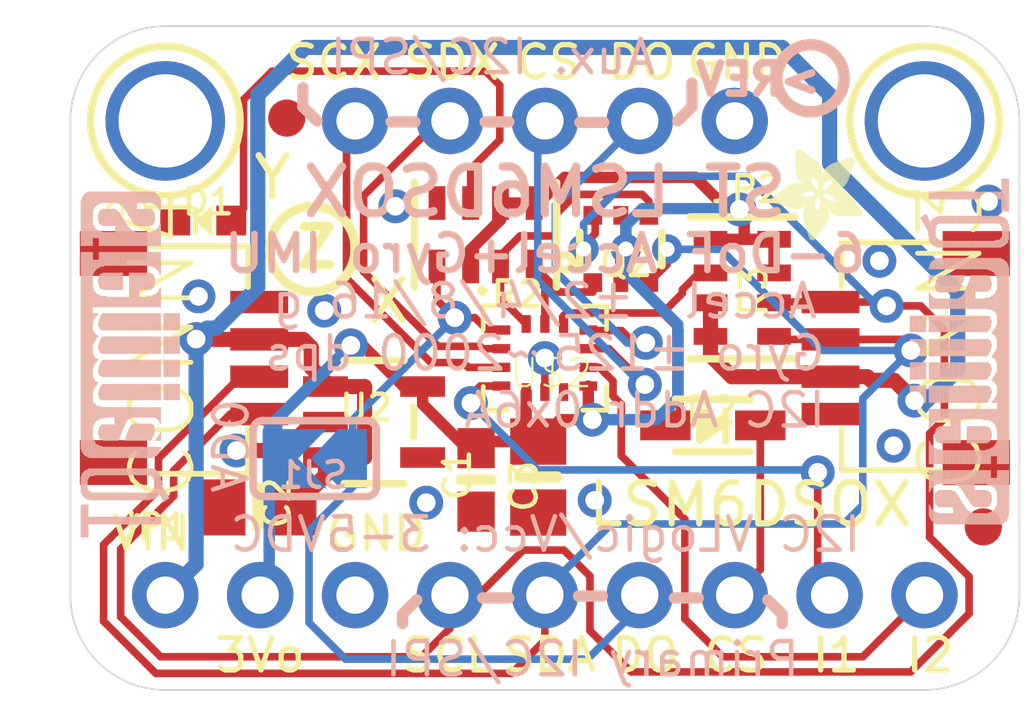
<source format=kicad_pcb>
(kicad_pcb (version 20211014) (generator pcbnew)
  (layers (0 "F.Cu" signal) (31 "B.Cu" signal) (34 "B.Paste" user) (35 "F.Paste" user) (36 "B.SilkS" user "B.Silkscreen") (37 "F.SilkS" user "F.Silkscreen") (38 "B.Mask" user) (39 "F.Mask" user) (44 "Edge.Cuts" user))
  (net 0 "")
  (net 1 "GND")
  (net 2 "SDA")
  (net 3 "SCL")
  (net 4 "SCL_3V")
  (net 5 "SDA_3V")
  (net 6 "3.3V")
  (net 7 "VCC")
  (net 8 "N$1")
  (net 9 "INT1")
  (net 10 "INT2")
  (net 11 "SDO")
  (net 12 "SDX")
  (net 13 "SCX")
  (net 14 "OCS_AUX")
  (net 15 "SDO_AUX")
  (net 16 "CS_5V")
  (net 17 "CS_3V")
  (footprint "Adafruit_LSM6DSOX:RESPACK_4X0603" (layer "F.Cu") (at 146.9136 101.7016 180)
    (fp_text reference "R2" (at -1.6 -1.6) (layer "F.SilkS") (effects (font (size 0.692831 0.692831) (thickness 0.119969)) (justify right)))
    (fp_text value "10K")
    (pad "1" smd rect (at -1.3 0.85 180) (size 0.45 0.9) (layers "F.Cu" "F.Paste" "F.Mask") (net 6 "3.3V"))
    (pad "2" smd rect (at -0.4 0.85 180) (size 0.45 0.9) (layers "F.Cu" "F.Paste" "F.Mask") (net 6 "3.3V"))
    (pad "3" smd rect (at 0.4 0.85 180) (size 0.45 0.9) (layers "F.Cu" "F.Paste" "F.Mask") (net 8 "N$1"))
    (pad "4" smd rect (at 1.3 0.85 180) (size 0.45 0.9) (layers "F.Cu" "F.Paste" "F.Mask") (net 1 "GND"))
    (pad "5" smd rect (at 1.3 -0.85 180) (size 0.45 0.9) (layers "F.Cu" "F.Paste" "F.Mask") (net 11 "SDO"))
    (pad "6" smd rect (at 0.4 -0.85 180) (size 0.45 0.9) (layers "F.Cu" "F.Paste" "F.Mask") (net 6 "3.3V"))
    (pad "7" smd rect (at -0.4 -0.85 180) (size 0.45 0.9) (layers "F.Cu" "F.Paste" "F.Mask") (net 5 "SDA_3V"))
    (pad "8" smd rect (at -1.3 -0.85 180) (size 0.45 0.9) (layers "F.Cu" "F.Paste" "F.Mask") (net 4 "SCL_3V"))
  )
  (footprint "Adafruit_LSM6DSOX:LGA-14L" (layer "F.Cu") (at 148.5011 105.0036)
    (fp_text reference "U$2" (at -0.984 0.405) (layer "F.SilkS") (effects (font (size 0.752978 0.752978) (thickness 0.059822)) (justify left)))
    (fp_text value "LSM6DSOX")
    (fp_text user "." (at -2.159 -1.524) (layer "F.SilkS") (effects (font (size 1.63576 1.63576) (thickness 0.14224)) (justify left bottom)))
    (pad "1" smd rect (at -1.1625 -0.75) (size 0.475 0.25) (layers "F.Cu" "F.Paste" "F.Mask") (net 11 "SDO"))
    (pad "2" smd rect (at -1.1625 -0.25) (size 0.475 0.25) (layers "F.Cu" "F.Paste" "F.Mask") (net 12 "SDX"))
    (pad "3" smd rect (at -1.1625 0.25) (size 0.475 0.25) (layers "F.Cu" "F.Paste" "F.Mask") (net 13 "SCX"))
    (pad "4" smd rect (at -1.1625 0.75) (size 0.475 0.25) (layers "F.Cu" "F.Paste" "F.Mask") (net 9 "INT1"))
    (pad "5" smd rect (at -0.5 0.9125 90) (size 0.475 0.25) (layers "F.Cu" "F.Paste" "F.Mask") (net 6 "3.3V"))
    (pad "6" smd rect (at 0 0.9125 90) (size 0.475 0.25) (layers "F.Cu" "F.Paste" "F.Mask") (net 1 "GND"))
    (pad "7" smd rect (at 0.5 0.9125 90) (size 0.475 0.25) (layers "F.Cu" "F.Paste" "F.Mask") (net 1 "GND"))
    (pad "8" smd rect (at 1.1625 0.75 180) (size 0.475 0.25) (layers "F.Cu" "F.Paste" "F.Mask") (net 6 "3.3V"))
    (pad "9" smd rect (at 1.1625 0.25 180) (size 0.475 0.25) (layers "F.Cu" "F.Paste" "F.Mask") (net 10 "INT2"))
    (pad "10" smd rect (at 1.1625 -0.25 180) (size 0.475 0.25) (layers "F.Cu" "F.Paste" "F.Mask") (net 14 "OCS_AUX"))
    (pad "11" smd rect (at 1.1625 -0.75 180) (size 0.475 0.25) (layers "F.Cu" "F.Paste" "F.Mask") (net 15 "SDO_AUX"))
    (pad "12" smd rect (at 0.5 -0.9125 270) (size 0.475 0.25) (layers "F.Cu" "F.Paste" "F.Mask") (net 17 "CS_3V"))
    (pad "13" smd rect (at 0 -0.9125 270) (size 0.475 0.25) (layers "F.Cu" "F.Paste" "F.Mask") (net 4 "SCL_3V"))
    (pad "14" smd rect (at -0.5 -0.9125 270) (size 0.475 0.25) (layers "F.Cu" "F.Paste" "F.Mask") (net 5 "SDA_3V"))
  )
  (footprint "Adafruit_LSM6DSOX:FIDUCIAL_1MM" (layer "F.Cu") (at 160.2359 109.5248)
    (fp_text reference "FID4" hide)
    (fp_text value "FIDUCIAL_1MM" hide)
    (pad "1" smd roundrect (at 0 0) (size 1 1) (layers "F.Cu" "F.Mask") (roundrect_rratio 0.5))
  )
  (footprint "Adafruit_LSM6DSOX:JST_SH4" (layer "F.Cu") (at 138.3411 105.0036 -90)
    (fp_text reference "CONN4" (at -4.6 0.069 90) (layer "F.SilkS") (effects (font (size 1.647139 1.647139) (thickness 0.130861)) (justify right)))
    (fp_text value "STEMMA_I2C_QT" hide)
    (pad "1" smd rect (at -1.5 -2.514) (size 1.55 0.6) (layers "F.Cu" "F.Paste" "F.Mask") (net 1 "GND"))
    (pad "2" smd rect (at -0.5 -2.514) (size 1.55 0.6) (layers "F.Cu" "F.Paste" "F.Mask") (net 7 "VCC"))
    (pad "3" smd rect (at 0.5 -2.514) (size 1.55 0.6) (layers "F.Cu" "F.Paste" "F.Mask") (net 2 "SDA"))
    (pad "4" smd rect (at 1.5 -2.514) (size 1.55 0.6) (layers "F.Cu" "F.Paste" "F.Mask") (net 3 "SCL"))
    (pad "MT1" smd rect (at -2.8 1.386) (size 1.8 1.2) (layers "F.Cu" "F.Paste" "F.Mask"))
    (pad "MT2" smd rect (at 2.8 1.386) (size 1.8 1.2) (layers "F.Cu" "F.Paste" "F.Mask"))
  )
  (footprint "Adafruit_LSM6DSOX:ADAFRUIT_2.5MM" (layer "F.Cu") (at 157.0101 99.4156 180)
    (fp_text reference "U$9" hide)
    (fp_text value "" hide)
  )
  (footprint "Adafruit_LSM6DSOX:MOUNTINGHOLE_2.5_PLATED" (layer "F.Cu") (at 138.3411 98.6536)
    (fp_text reference "U$1" hide)
    (fp_text value "MOUNTINGHOLE2.5" hide)
    (pad "P$1" thru_hole circle (at 0 0) (size 3.2 3.2) (drill 2.5) (layers *.Cu *.Mask))
  )
  (footprint "Adafruit_LSM6DSOX:SOD-323" (layer "F.Cu") (at 152.9969 106.807 180)
    (fp_text reference "D2" (at -0.719 0.397) (layer "F.SilkS") (effects (font (size 0.692831 0.692831) (thickness 0.119969)) (justify right)))
    (fp_text value "1N4148")
    (pad "A" smd rect (at 1.27 0 180) (size 1.35 0.8) (layers "F.Cu" "F.Paste" "F.Mask") (net 17 "CS_3V"))
    (pad "C" smd rect (at -1.27 0 180) (size 1.35 0.8) (layers "F.Cu" "F.Paste" "F.Mask") (net 16 "CS_5V"))
  )
  (footprint "Adafruit_LSM6DSOX:CHIPLED_0603_NOOUTLINE" (layer "F.Cu") (at 139.3571 101.3206 90)
    (fp_text reference "D1" (at 0.508 0.889) (layer "F.SilkS") (effects (font (size 0.692831 0.692831) (thickness 0.119969)) (justify right)))
    (fp_text value "GREEN")
    (pad "A" smd rect (at 0 0.75 90) (size 0.8 0.8) (layers "F.Cu" "F.Paste" "F.Mask") (net 8 "N$1"))
    (pad "C" smd rect (at 0 -0.75 90) (size 0.8 0.8) (layers "F.Cu" "F.Paste" "F.Mask") (net 1 "GND"))
  )
  (footprint "Adafruit_LSM6DSOX:1X05_ROUND_70" (layer "F.Cu") (at 148.5011 98.6536 180)
    (fp_text reference "JP2" (at -6.4262 -1.8288) (layer "F.SilkS") (effects (font (size 0.692831 0.692831) (thickness 0.119969)) (justify right)))
    (fp_text value "")
    (pad "1" thru_hole circle (at -5.08 0 270) (size 1.778 1.778) (drill 1) (layers *.Cu *.Mask) (net 1 "GND"))
    (pad "2" thru_hole circle (at -2.54 0 270) (size 1.778 1.778) (drill 1) (layers *.Cu *.Mask) (net 15 "SDO_AUX"))
    (pad "3" thru_hole circle (at 0 0 270) (size 1.778 1.778) (drill 1) (layers *.Cu *.Mask) (net 14 "OCS_AUX"))
    (pad "4" thru_hole circle (at 2.54 0 270) (size 1.778 1.778) (drill 1) (layers *.Cu *.Mask) (net 12 "SDX"))
    (pad "5" thru_hole circle (at 5.08 0 270) (size 1.778 1.778) (drill 1) (layers *.Cu *.Mask) (net 13 "SCX"))
  )
  (footprint "Adafruit_LSM6DSOX:SOT23-5" (layer "F.Cu") (at 143.9291 106.7181 -90)
    (fp_text reference "U2" (at -0.381 -0.562) (layer "F.SilkS") (effects (font (size 0.692831 0.692831) (thickness 0.119969)) (justify right)))
    (fp_text value "AP2112K-3.3")
    (pad "1" smd rect (at -0.95 1.3001 270) (size 0.55 1.2) (layers "F.Cu" "F.Paste" "F.Mask") (net 7 "VCC"))
    (pad "2" smd rect (at 0 1.3001 270) (size 0.55 1.2) (layers "F.Cu" "F.Paste" "F.Mask") (net 1 "GND"))
    (pad "3" smd rect (at 0.95 1.3001 270) (size 0.55 1.2) (layers "F.Cu" "F.Paste" "F.Mask") (net 7 "VCC"))
    (pad "4" smd rect (at 0.95 -1.3001 270) (size 0.55 1.2) (layers "F.Cu" "F.Paste" "F.Mask"))
    (pad "5" smd rect (at -0.95 -1.3001 270) (size 0.55 1.2) (layers "F.Cu" "F.Paste" "F.Mask") (net 6 "3.3V"))
  )
  (footprint "Adafruit_LSM6DSOX:SOT363" (layer "F.Cu") (at 150.5331 102.0826)
    (fp_text reference "Q2" (at -0.635 0.381) (layer "F.SilkS") (effects (font (size 0.692831 0.692831) (thickness 0.119969)) (justify left)))
    (fp_text value "BSS138")
    (pad "1" smd rect (at -0.75 0.9) (size 0.5 0.5) (layers "F.Cu" "F.Paste" "F.Mask") (net 4 "SCL_3V"))
    (pad "2" smd rect (at 0 0.9) (size 0.4 0.5) (layers "F.Cu" "F.Paste" "F.Mask") (net 6 "3.3V"))
    (pad "3" smd rect (at 0.75 0.9) (size 0.5 0.5) (layers "F.Cu" "F.Paste" "F.Mask") (net 2 "SDA"))
    (pad "4" smd rect (at 0.75 -0.9) (size 0.5 0.5) (layers "F.Cu" "F.Paste" "F.Mask") (net 5 "SDA_3V"))
    (pad "5" smd rect (at 0 -0.9) (size 0.4 0.5) (layers "F.Cu" "F.Paste" "F.Mask") (net 6 "3.3V"))
    (pad "6" smd rect (at -0.75 -0.9) (size 0.5 0.5) (layers "F.Cu" "F.Paste" "F.Mask") (net 3 "SCL"))
  )
  (footprint "Adafruit_LSM6DSOX:JST_SH4" (layer "F.Cu") (at 158.6611 105.0036 90)
    (fp_text reference "CONN3" (at -3.711 0.704 90) (layer "F.SilkS") (effects (font (size 1.647139 1.647139) (thickness 0.130861)) (justify left)))
    (fp_text value "STEMMA_I2C_QT" hide)
    (pad "1" smd rect (at -1.5 -2.514 180) (size 1.55 0.6) (layers "F.Cu" "F.Paste" "F.Mask") (net 1 "GND"))
    (pad "2" smd rect (at -0.5 -2.514 180) (size 1.55 0.6) (layers "F.Cu" "F.Paste" "F.Mask") (net 7 "VCC"))
    (pad "3" smd rect (at 0.5 -2.514 180) (size 1.55 0.6) (layers "F.Cu" "F.Paste" "F.Mask") (net 2 "SDA"))
    (pad "4" smd rect (at 1.5 -2.514 180) (size 1.55 0.6) (layers "F.Cu" "F.Paste" "F.Mask") (net 3 "SCL"))
    (pad "MT1" smd rect (at -2.8 1.386 180) (size 1.8 1.2) (layers "F.Cu" "F.Paste" "F.Mask"))
    (pad "MT2" smd rect (at 2.8 1.386 180) (size 1.8 1.2) (layers "F.Cu" "F.Paste" "F.Mask"))
  )
  (footprint "Adafruit_LSM6DSOX:RESPACK_4X0603" (layer "F.Cu") (at 153.7843 103.124 90)
    (fp_text reference "R3" (at -0.838 0.305 90) (layer "F.SilkS") (effects (font (size 0.692831 0.692831) (thickness 0.119969)) (justify left)))
    (fp_text value "10K")
    (pad "1" smd rect (at -1.3 0.85 90) (size 0.45 0.9) (layers "F.Cu" "F.Paste" "F.Mask") (net 2 "SDA"))
    (pad "2" smd rect (at -0.4 0.85 90) (size 0.45 0.9) (layers "F.Cu" "F.Paste" "F.Mask") (net 3 "SCL"))
    (pad "3" smd rect (at 0.4 0.85 90) (size 0.45 0.9) (layers "F.Cu" "F.Paste" "F.Mask") (net 6 "3.3V"))
    (pad "4" smd rect (at 1.3 0.85 90) (size 0.45 0.9) (layers "F.Cu" "F.Paste" "F.Mask") (net 6 "3.3V"))
    (pad "5" smd rect (at 1.3 -0.85 90) (size 0.45 0.9) (layers "F.Cu" "F.Paste" "F.Mask") (net 6 "3.3V"))
    (pad "6" smd rect (at 0.4 -0.85 90) (size 0.45 0.9) (layers "F.Cu" "F.Paste" "F.Mask") (net 17 "CS_3V"))
    (pad "7" smd rect (at -0.4 -0.85 90) (size 0.45 0.9) (layers "F.Cu" "F.Paste" "F.Mask") (net 7 "VCC"))
    (pad "8" smd rect (at -1.3 -0.85 90) (size 0.45 0.9) (layers "F.Cu" "F.Paste" "F.Mask") (net 7 "VCC"))
  )
  (footprint "Adafruit_LSM6DSOX:FIDUCIAL_1MM" (layer "F.Cu") (at 141.5923 98.5774)
    (fp_text reference "FID3" hide)
    (fp_text value "FIDUCIAL_1MM" hide)
    (pad "1" smd roundrect (at 0 0) (size 1 1) (layers "F.Cu" "F.Mask") (roundrect_rratio 0.5))
  )
  (footprint "Adafruit_LSM6DSOX:MOUNTINGHOLE_2.5_PLATED" (layer "F.Cu") (at 158.6611 98.6536)
    (fp_text reference "U$17" hide)
    (fp_text value "MOUNTINGHOLE2.5" hide)
    (pad "P$1" thru_hole circle (at 0 0) (size 3.2 3.2) (drill 2.5) (layers *.Cu *.Mask))
  )
  (footprint "Adafruit_LSM6DSOX:0603-NO" (layer "F.Cu") (at 146.6596 108.2675 -90)
    (fp_text reference "C1" (at -0.889 0.508 90) (layer "F.SilkS") (effects (font (size 0.692831 0.692831) (thickness 0.119969)) (justify right)))
    (fp_text value "0.1uF")
    (pad "1" smd rect (at -0.85 0 270) (size 1.075 1) (layers "F.Cu" "F.Paste" "F.Mask") (net 6 "3.3V"))
    (pad "2" smd rect (at 0.85 0 270) (size 1.075 1) (layers "F.Cu" "F.Paste" "F.Mask") (net 1 "GND"))
  )
  (footprint "Adafruit_LSM6DSOX:1X09_ROUND_70" (layer "F.Cu") (at 148.5011 111.3536)
    (fp_text reference "JP1" (at -11.5062 -1.8288) (layer "F.SilkS") (effects (font (size 0.692831 0.692831) (thickness 0.119969)) (justify left)))
    (fp_text value "")
    (pad "1" thru_hole circle (at -10.16 0 90) (size 1.778 1.778) (drill 1) (layers *.Cu *.Mask) (net 7 "VCC"))
    (pad "2" thru_hole circle (at -7.62 0 90) (size 1.778 1.778) (drill 1) (layers *.Cu *.Mask) (net 6 "3.3V"))
    (pad "3" thru_hole circle (at -5.08 0 90) (size 1.778 1.778) (drill 1) (layers *.Cu *.Mask) (net 1 "GND"))
    (pad "4" thru_hole circle (at -2.54 0 90) (size 1.778 1.778) (drill 1) (layers *.Cu *.Mask) (net 3 "SCL"))
    (pad "5" thru_hole circle (at 0 0 90) (size 1.778 1.778) (drill 1) (layers *.Cu *.Mask) (net 2 "SDA"))
    (pad "6" thru_hole circle (at 2.54 0 90) (size 1.778 1.778) (drill 1) (layers *.Cu *.Mask) (net 11 "SDO"))
    (pad "7" thru_hole circle (at 5.08 0 90) (size 1.778 1.778) (drill 1) (layers *.Cu *.Mask) (net 16 "CS_5V"))
    (pad "8" thru_hole circle (at 7.62 0 90) (size 1.778 1.778) (drill 1) (layers *.Cu *.Mask) (net 9 "INT1"))
    (pad "9" thru_hole circle (at 10.16 0 90) (size 1.778 1.778) (drill 1) (layers *.Cu *.Mask) (net 10 "INT2"))
  )
  (footprint "Adafruit_LSM6DSOX:0805-NO" (layer "F.Cu") (at 140.8176 109.0041 180)
    (fp_text reference "C2" (at -0.508 -0.635 90) (layer "F.SilkS") (effects (font (size 0.692831 0.692831) (thickness 0.119969)) (justify left)))
    (fp_text value "10uF")
    (pad "1" smd rect (at -0.95 0 180) (size 1.24 1.5) (layers "F.Cu" "F.Paste" "F.Mask") (net 7 "VCC"))
    (pad "2" smd rect (at 0.95 0 180) (size 1.24 1.5) (layers "F.Cu" "F.Paste" "F.Mask") (net 1 "GND"))
  )
  (footprint "Adafruit_LSM6DSOX:0805-NO" (layer "F.Cu") (at 148.3233 108.1913 -90)
    (fp_text reference "C3" (at -0.508 0.381 90) (layer "F.SilkS") (effects (font (size 0.692831 0.692831) (thickness 0.119969)) (justify right)))
    (fp_text value "10uF")
    (pad "1" smd rect (at -0.95 0 270) (size 1.24 1.5) (layers "F.Cu" "F.Paste" "F.Mask") (net 6 "3.3V"))
    (pad "2" smd rect (at 0.95 0 270) (size 1.24 1.5) (layers "F.Cu" "F.Paste" "F.Mask") (net 1 "GND"))
  )
  (footprint "Adafruit_LSM6DSOX:STEMMAQT" (layer "B.Cu") (at 138.7221 100.5586 -90)
    (fp_text reference "U$31" hide)
    (fp_text value "" hide)
  )
  (footprint "Adafruit_LSM6DSOX:STEMMAQT" (layer "B.Cu") (at 158.2801 109.4486 90)
    (fp_text reference "U$30" hide)
    (fp_text value "" hide)
  )
  (footprint "Adafruit_LSM6DSOX:PCBFEAT-REV-040" (layer "B.Cu") (at 155.6131 97.5106 180)
    (fp_text reference "U$25" hide)
    (fp_text value "" hide)
    (fp_text user ">REV" (at -0.3556 -0.508) (layer "B.SilkS") (effects (font (size 0.8128 0.8128) (thickness 0.2032)) (justify left bottom mirror)))
  )
  (footprint "Adafruit_LSM6DSOX:SOLDERJUMPER_ARROW_NOPASTE" (layer "B.Cu") (at 142.3416 107.696 180)
    (fp_text reference "SJ1" (at -0.9525 -0.4445) (layer "B.SilkS") (effects (font (size 0.692831 0.692831) (thickness 0.119969)) (justify left mirror)))
    (fp_text value "")
    (fp_poly (pts (xy 0.106121 -0.002663) (xy -0.679416 -0.7882) (xy -1.3946 -0.7882) (xy -1.3946 0.7882) (xy -0.62715 0.7882)) (layer "B.Cu") (width 0) (fill solid))
    (fp_poly (pts (xy 1.3946 -0.7882) (xy -0.315893 -0.7882) (xy 0.443148 0) (xy -0.315893 0.7882) (xy 1.3946 0.7882)) (layer "B.Cu") (width 0) (fill solid))
    (pad "1" smd roundrect (at -1.016 0 180) (size 0.762 1.524) (layers "B.Cu") (net 11 "SDO"))
    (pad "2" smd roundrect (at 1.016 0 180) (size 0.762 1.524) (layers "B.Cu") (net 6 "3.3V"))
  )
  (gr_line (start 150.0378 111.379) (end 149.4028 111.379) (layer "B.SilkS") (width 0.3048))
  (gr_line (start 149.4409 98.6917) (end 150.0759 98.6917) (layer "B.SilkS") (width 0.3048))
  (gr_line (start 152.0571 98.6536) (end 152.4381 98.2726) (layer "B.SilkS") (width 0.3048))
  (gr_line (start 154.8511 111.8616) (end 154.8511 112.1156) (layer "B.SilkS") (width 0.3048))
  (gr_line (start 146.9009 98.679) (end 147.5359 98.679) (layer "B.SilkS") (width 0.3048))
  (gr_line (start 144.3863 98.679) (end 145.0213 98.679) (layer "B.SilkS") (width 0.3048))
  (gr_line (start 142.0241 98.2726) (end 142.0241 97.7646) (layer "B.SilkS") (width 0.3048))
  (gr_line (start 154.4701 111.4806) (end 154.8511 111.8616) (layer "B.SilkS") (width 0.3048))
  (gr_line (start 144.6911 111.8616) (end 144.6911 112.1156) (layer "B.SilkS") (width 0.3048))
  (gr_line (start 145.0721 111.4806) (end 144.6911 111.8616) (layer "B.SilkS") (width 0.3048))
  (gr_line (start 147.5359 111.4298) (end 146.8374 111.4298) (layer "B.SilkS") (width 0.3048))
  (gr_line (start 152.4381 98.2726) (end 152.4381 97.6376) (layer "B.SilkS") (width 0.3048))
  (gr_line (start 142.4051 98.6536) (end 142.0241 98.2726) (layer "B.SilkS") (width 0.3048))
  (gr_line (start 152.6032 111.4298) (end 151.9682 111.4298) (layer "B.SilkS") (width 0.3048))
  (gr_arc (start 141.1391 102.0836) (mid 141.473877 101.275377) (end 142.2821 100.9406) (layer "F.SilkS") (width 0.254))
  (gr_arc (start 142.2821 103.2266) (mid 141.473877 102.891823) (end 141.1391 102.0836) (layer "F.SilkS") (width 0.254))
  (gr_arc (start 142.2821 100.9406) (mid 143.096188 101.269514) (end 143.4251 102.083602) (layer "F.SilkS") (width 0.254))
  (gr_arc (start 143.4251 102.0836) (mid 143.090323 102.891823) (end 142.2821 103.2266) (layer "F.SilkS") (width 0.254))
  (gr_line (start 135.8011 98.6536) (end 135.8011 111.3536) (layer "Edge.Cuts") (width 0.05))
  (gr_line (start 161.2011 111.3536) (end 161.2011 98.6536) (layer "Edge.Cuts") (width 0.05))
  (gr_arc (start 161.2011 111.3536) (mid 160.457151 113.149651) (end 158.6611 113.8936) (layer "Edge.Cuts") (width 0.05))
  (gr_arc (start 135.8011 98.6536) (mid 136.545049 96.857549) (end 138.3411 96.1136) (layer "Edge.Cuts") (width 0.05))
  (gr_arc (start 138.3411 113.8936) (mid 136.545049 113.149651) (end 135.8011 111.3536) (layer "Edge.Cuts") (width 0.05))
  (gr_line (start 158.6611 96.1136) (end 138.3411 96.1136) (layer "Edge.Cuts") (width 0.05))
  (gr_arc (start 158.6611 96.1136) (mid 160.457151 96.857549) (end 161.2011 98.6536) (layer "Edge.Cuts") (width 0.05))
  (gr_line (start 138.3411 113.8936) (end 158.6611 113.8936) (layer "Edge.Cuts") (width 0.05))
  (gr_text "6-DoF Accel+Gyro IMU" (at 148.5011 102.2096) (layer "B.SilkS") (effects (font (size 0.97155 0.97155) (thickness 0.17145)) (justify mirror)))
  (gr_text "I2C Addr 0x6A" (at 151.1681 106.4006) (layer "B.SilkS") (effects (font (size 0.89408 0.89408) (thickness 0.12192)) (justify mirror)))
  (gr_text "Aux. I2C/SPI" (at 147.1041 96.9391) (layer "B.SilkS") (effects (font (size 0.89408 0.89408) (thickness 0.12192)) (justify mirror)))
  (gr_text "ST LSM6DSOX" (at 148.5011 100.5586) (layer "B.SilkS") (effects (font (size 1.25222 1.25222) (thickness 0.22098)) (justify mirror)))
  (gr_text "Gyro ±125~~2000 dps" (at 148.5011 104.8766) (layer "B.SilkS") (effects (font (size 0.89408 0.89408) (thickness 0.12192)) (justify mirror)))
  (gr_text "AD0" (at 140.0302 107.3531 -90) (layer "B.SilkS") (effects (font (size 0.89408 0.89408) (thickness 0.12192)) (justify mirror)))
  (gr_text "I2C VLogic/Vcc: 3-5VDC" (at 148.5138 109.728) (layer "B.SilkS") (effects (font (size 0.89408 0.89408) (thickness 0.12192)) (justify mirror)))
  (gr_text "Primary I2C/SPI" (at 149.7711 113.0681) (layer "B.SilkS") (effects (font (size 0.89408 0.89408) (thickness 0.12192)) (justify mirror)))
  (gr_text "Accel  ±2/4/8/16 g" (at 148.5011 103.4796) (layer "B.SilkS") (effects (font (size 0.89408 0.89408) (thickness 0.12192)) (justify mirror)))
  (gr_text "GND" (at 153.6446 97.08515) (layer "F.SilkS") (effects (font (size 0.87376 0.87376) (thickness 0.14224))))
  (gr_text "3Vo" (at 140.8811 112.96015) (layer "F.SilkS") (effects (font (size 0.87376 0.87376) (thickness 0.14224))))
  (gr_text "CS" (at 153.6065 112.96015) (layer "F.SilkS") (effects (font (size 0.87376 0.87376) (thickness 0.14224))))
  (gr_text "SDA" (at 148.6281 112.96015) (layer "F.SilkS") (effects (font (size 0.87376 0.87376) (thickness 0.14224))))
  (gr_text "VIN" (at 137.9601 109.7026) (layer "F.SilkS") (effects (font (size 0.87376 0.87376) (thickness 0.14224))))
  (gr_text "GND" (at 143.9926 109.7026) (layer "F.SilkS") (effects (font (size 0.87376 0.87376) (thickness 0.14224))))
  (gr_text "Z" (at 143.0441 101.4486) (layer "F.SilkS") (effects (font (size 1.016 1.016) (thickness 0.254)) (justify right top)))
  (gr_text "SDX" (at 146.0119 97.08515) (layer "F.SilkS") (effects (font (size 0.87376 0.87376) (thickness 0.14224))))
  (gr_text "DO" (at 151.1808 112.96015) (layer "F.SilkS") (effects (font (size 0.87376 0.87376) (thickness 0.14224))))
  (gr_text "Y" (at 140.6231 100.8116) (layer "F.SilkS") (effects (font (size 1.0922 1.0922) (thickness 0.1778)) (justify left bottom)))
  (gr_text "SCX" (at 142.8496 97.08515) (layer "F.SilkS") (effects (font (size 0.87376 0.87376) (thickness 0.14224))))
  (gr_text "CS" (at 148.6027 97.08515) (layer "F.SilkS") (effects (font (size 0.87376 0.87376) (thickness 0.14224))))
  (gr_text "SCL" (at 145.8976 112.96015) (layer "F.SilkS") (effects (font (size 0.87376 0.87376) (thickness 0.14224))))
  (gr_text "I2" (at 158.8135 112.96015) (layer "F.SilkS") (effects (font (size 0.87376 0.87376) (thickness 0.14224))))
  (gr_text "LSM6DSOX" (at 154.0002 108.9279) (layer "F.SilkS") (effects (font (size 1.1049 1.1049) (thickness 0.1651))))
  (gr_text "X" (at 144.9491 102.8456) (layer "F.SilkS") (effects (font (size 1.0922 1.0922) (thickness 0.1778)) (justify right top)))
  (gr_text "on" (at 136.6266 101.3841) (layer "F.SilkS") (effects (font (size 0.715264 0.715264) (thickness 0.097536)) (justify left bottom)))
  (gr_text "I1" (at 156.2989 112.96015) (layer "F.SilkS") (effects (font (size 0.87376 0.87376) (thickness 0.14224))))
  (gr_text "DO" (at 151.1046 97.08515) (layer "F.SilkS") (effects (font (size 0.87376 0.87376) (thickness 0.14224))))
  (segment (start 141.430762 107.4801) (end 140.2461 107.4801) (width 0.4064) (layer "F.Cu") (net 1))
  (segment (start 148.5011 105.9161) (end 148.5011 105.0036) (width 0.2032) (layer "F.Cu") (net 1))
  (segment (start 142.629 106.7181) (end 142.5509 106.7962) (width 0.4064) (layer "F.Cu") (net 1))
  (segment (start 142.114662 106.7962) (end 141.430762 107.4801) (width 0.254) (layer "F.Cu") (net 1))
  (segment (start 142.5509 106.7962) (end 142.114662 106.7962) (width 0.254) (layer "F.Cu") (net 1))
  (via (at 144.5006 100.9396) (size 0.9064) (drill 0.5) (layers "F.Cu" "B.Cu") (net 1))
  (via (at 148.5011 105.0036) (size 0.9064) (drill 0.5) (layers "F.Cu" "B.Cu") (net 1))
  (via (at 140.2461 107.4801) (size 0.9064) (drill 0.5) (layers "F.Cu" "B.Cu") (net 1))
  (via (at 160.3756 100.8126) (size 0.9064) (drill 0.5) (layers "F.Cu" "B.Cu") (net 1))
  (via (at 149.8346 108.8136) (size 0.9064) (drill 0.5) (layers "F.Cu" "B.Cu") (net 1))
  (via (at 157.8356 107.3531) (size 0.9064) (drill 0.5) (layers "F.Cu" "B.Cu") (net 1))
  (via (at 157.4546 102.4001) (size 0.9064) (drill 0.5) (layers "F.Cu" "B.Cu") (net 1))
  (via (at 145.3261 108.8771) (size 0.9064) (drill 0.5) (layers "F.Cu" "B.Cu") (net 1))
  (via (at 142.5956 103.7336) (size 0.9064) (drill 0.5) (layers "F.Cu" "B.Cu") (net 1))
  (via (at 139.2301 103.3526) (size 0.9064) (drill 0.5) (layers "F.Cu" "B.Cu") (net 1))
  (segment (start 140.8551 105.5036) (end 140.34905 105.5036) (width 0.2032) (layer "F.Cu") (net 2))
  (segment (start 136.6901 109.99965) (end 136.6901 112.0521) (width 0.2032) (layer "F.Cu") (net 2))
  (segment (start 138.1599 108.52985) (end 136.6901 109.99965) (width 0.2032) (layer "F.Cu") (net 2))
  (segment (start 148.5011 112.5601) (end 148.5011 111.3536) (width 0.2032) (layer "F.Cu") (net 2))
  (segment (start 151.2831 102.9826) (end 151.7731 102.4926) (width 0.2032) (layer "F.Cu") (net 2))
  (segment (start 151.7731 102.4926) (end 151.7731 102.091738) (width 0.2032) (layer "F.Cu") (net 2))
  (segment (start 156.1471 104.5036) (end 158.2928 104.5036) (width 0.2032) (layer "F.Cu") (net 2))
  (segment (start 136.6901 112.0521) (end 138.0871 113.4491) (width 0.2032) (layer "F.Cu") (net 2))
  (segment (start 158.2928 104.5036) (end 158.2928 104.8004) (width 0.2032) (layer "F.Cu") (net 2))
  (segment (start 147.6121 113.4491) (end 148.5011 112.5601) (width 0.2032) (layer "F.Cu") (net 2))
  (segment (start 138.1599 107.69275) (end 138.1599 108.52985) (width 0.2032) (layer "F.Cu") (net 2))
  (segment (start 154.6343 104.424) (end 154.7139 104.5036) (width 0.2032) (layer "F.Cu") (net 2))
  (segment (start 156.1471 104.5036) (end 154.7139 104.5036) (width 0.2032) (layer "F.Cu") (net 2))
  (segment (start 138.0871 113.4491) (end 147.6121 113.4491) (width 0.2032) (layer "F.Cu") (net 2))
  (segment (start 140.34905 105.5036) (end 138.1599 107.69275) (width 0.2032) (layer "F.Cu") (net 2))
  (via (at 158.2928 104.8004) (size 0.9064) (drill 0.5) (layers "F.Cu" "B.Cu") (net 2))
  (via (at 151.7731 102.091738) (size 0.8064) (drill 0.4) (layers "F.Cu" "B.Cu") (net 2))
  (segment (start 157.0101 106.0831) (end 157.0101 108.9406) (width 0.2032) (layer "B.Cu") (net 2))
  (segment (start 158.2928 104.8004) (end 155.9179 104.8004) (width 0.2032) (layer "B.Cu") (net 2))
  (segment (start 150.2791 109.4486) (end 148.5011 111.2266) (width 0.2032) (layer "B.Cu") (net 2))
  (segment (start 153.209237 102.091738) (end 155.9179 104.8004) (width 0.2032) (layer "B.Cu") (net 2))
  (segment (start 157.0101 108.9406) (end 156.5021 109.4486) (width 0.2032) (layer "B.Cu") (net 2))
  (segment (start 148.5011 111.2266) (end 148.5011 111.3536) (width 0.2032) (layer "B.Cu") (net 2))
  (segment (start 158.2928 104.8004) (end 157.0101 106.0831) (width 0.2032) (layer "B.Cu") (net 2))
  (segment (start 156.5021 109.4486) (end 150.2791 109.4486) (width 0.2032) (layer "B.Cu") (net 2))
  (segment (start 151.7731 102.091738) (end 153.209237 102.091738) (width 0.2032) (layer "B.Cu") (net 2))
  (segment (start 145.1991 113.0046) (end 145.9611 112.2426) (width 0.2032) (layer "F.Cu") (net 3))
  (segment (start 145.9611 112.2426) (end 145.9611 111.3536) (width 0.2032) (layer "F.Cu") (net 3))
  (segment (start 140.0796 106.5036) (end 138.5663 108.0169) (width 0.2032) (layer "F.Cu") (net 3))
  (segment (start 138.217337 113.0046) (end 145.1991 113.0046) (width 0.2032) (layer "F.Cu") (net 3))
  (segment (start 159.8549 110.859107) (end 158.798034 109.802241) (width 0.2032) (layer "F.Cu") (net 3))
  (segment (start 159.1945 106.6292) (end 159.1945 104.2416) (width 0.2032) (layer "F.Cu") (net 3))
  (segment (start 149.8466 101.2461) (end 149.8466 101.676013) (width 0.2032) (layer "F.Cu") (net 3))
  (segment (start 147.92405 110.1471) (end 149.0091 110.1471) (width 0.2032) (layer "F.Cu") (net 3))
  (segment (start 149.0091 110.1471) (end 149.7076 110.8456) (width 0.2032) (layer "F.Cu") (net 3))
  (segment (start 149.7831 101.1826) (end 149.8466 101.2461) (width 0.2032) (layer "F.Cu") (net 3))
  (segment (start 156.1471 103.5036) (end 154.6547 103.5036) (width 0.2032) (layer "F.Cu") (net 3))
  (segment (start 158.798034 109.802241) (end 158.798034 107.025666) (width 0.2032) (layer "F.Cu") (net 3))
  (segment (start 159.8549 111.848094) (end 159.8549 110.859107) (width 0.2032) (layer "F.Cu") (net 3))
  (segment (start 158.798034 107.025666) (end 159.1945 106.6292) (width 0.2032) (layer "F.Cu") (net 3))
  (segment (start 149.8466 101.676013) (end 149.538937 101.983675) (width 0.2032) (layer "F.Cu") (net 3))
  (segment (start 137.1473 110.117188) (end 137.1473 111.934563) (width 0.2032) (layer "F.Cu") (net 3))
  (segment (start 137.1473 111.934563) (end 138.217337 113.0046) (width 0.2032) (layer "F.Cu") (net 3))
  (segment (start 157.5421 103.5036) (end 157.6451 103.6066) (width 0.2032) (layer "F.Cu") (net 3))
  (segment (start 138.5663 108.0169) (end 138.5663 108.698188) (width 0.2032) (layer "F.Cu") (net 3))
  (segment (start 154.6343 103.524) (end 154.6547 103.5036) (width 0.2032) (layer "F.Cu") (net 3))
  (segment (start 159.1945 104.2416) (end 158.5595 103.6066) (width 0.2032) (layer "F.Cu") (net 3))
  (segment (start 138.5663 108.698188) (end 137.1473 110.117188) (width 0.2032) (layer "F.Cu") (net 3))
  (segment (start 147.92405 110.1471) (end 146.71755 111.3536) (width 0.2032) (layer "F.Cu") (net 3))
  (segment (start 140.8551 106.5036) (end 140.0796 106.5036) (width 0.2032) (layer "F.Cu") (net 3))
  (segment (start 149.538937 102.0826) (end 149.538937 101.983675) (width 0.2032) (layer "F.Cu") (net 3))
  (segment (start 149.7076 110.8456) (end 149.7076 112.3061) (width 0.2032) (layer "F.Cu") (net 3))
  (segment (start 145.9611 111.3536) (end 146.71755 111.3536) (width 0.2032) (layer "F.Cu") (net 3))
  (segment (start 150.8125 113.411) (end 158.291993 113.411) (width 0.2032) (layer "F.Cu") (net 3))
  (segment (start 158.291993 113.411) (end 159.8549 111.848094) (width 0.2032) (layer "F.Cu") (net 3))
  (segment (start 158.5595 103.6066) (end 157.6451 103.6066) (width 0.2032) (layer "F.Cu") (net 3))
  (segment (start 149.7076 112.3061) (end 150.8125 113.411) (width 0.2032) (layer "F.Cu") (net 3))
  (segment (start 156.1471 103.5036) (end 157.5421 103.5036) (width 0.2032) (layer "F.Cu") (net 3))
  (via (at 149.538937 102.0826) (size 0.8064) (drill 0.4) (layers "F.Cu" "B.Cu") (net 3))
  (via (at 157.6451 103.6066) (size 0.9064) (drill 0.5) (layers "F.Cu" "B.Cu") (net 3))
  (segment (start 157.3911 103.6066) (end 153.920437 100.135938) (width 0.2032) (layer "B.Cu") (net 3))
  (segment (start 149.538937 101.40456) (end 149.538937 102.0826) (width 0.2032) (layer "B.Cu") (net 3))
  (segment (start 153.920437 100.135938) (end 150.807559 100.135938) (width 0.2032) (layer "B.Cu") (net 3))
  (segment (start 150.807559 100.135938) (end 149.538937 101.40456) (width 0.2032) (layer "B.Cu") (net 3))
  (segment (start 157.6451 103.6066) (end 157.3911 103.6066) (width 0.2032) (layer "B.Cu") (net 3))
  (segment (start 149.7831 103.236597) (end 149.783096 103.2366) (width 0.2032) (layer "F.Cu") (net 4))
  (segment (start 149.7831 102.9826) (end 149.7831 103.236597) (width 0.2032) (layer "F.Cu") (net 4))
  (segment (start 148.5011 104.0911) (end 148.5011 102.8391) (width 0.2032) (layer "F.Cu") (net 4))
  (segment (start 148.2136 102.5516) (end 148.8986 103.2366) (width 0.2032) (layer "F.Cu") (net 4))
  (segment (start 149.783096 103.2366) (end 148.8986 103.2366) (width 0.2032) (layer "F.Cu") (net 4))
  (segment (start 148.5011 102.8391) (end 148.2136 102.5516) (width 0.2032) (layer "F.Cu") (net 4))
  (segment (start 147.8343 101.7334) (end 148.8069 101.7334) (width 0.2032) (layer "F.Cu") (net 5))
  (segment (start 147.3136 103.4036) (end 147.3136 102.5516) (width 0.2032) (layer "F.Cu") (net 5))
  (segment (start 147.3136 102.2541) (end 147.8343 101.7334) (width 0.2032) (layer "F.Cu") (net 5))
  (segment (start 151.2831 100.8006) (end 151.2831 101.1826) (width 0.2032) (layer "F.Cu") (net 5))
  (segment (start 151.2831 100.8006) (end 151.1046 100.6221) (width 0.2032) (layer "F.Cu") (net 5))
  (segment (start 151.1046 100.6221) (end 149.3266 100.6221) (width 0.2032) (layer "F.Cu") (net 5))
  (segment (start 147.3136 102.5516) (end 147.3136 102.2541) (width 0.2032) (layer "F.Cu") (net 5))
  (segment (start 148.8069 101.7334) (end 148.8069 101.1418) (width 0.2032) (layer "F.Cu") (net 5))
  (segment (start 149.3266 100.6221) (end 148.8069 101.1418) (width 0.2032) (layer "F.Cu") (net 5))
  (segment (start 148.0011 104.0911) (end 147.3136 103.4036) (width 0.2032) (layer "F.Cu") (net 5))
  (segment (start 144.728087 105.7681) (end 143.6243 104.664313) (width 0.3048) (layer "F.Cu") (net 6))
  (segment (start 146.8358 107.2413) (end 148.3233 107.2413) (width 0.3048) (layer "F.Cu") (net 6))
  (segment (start 152.5307 100.1649) (end 149.0273 100.1649) (width 0.3048) (layer "F.Cu") (net 6))
  (segment (start 150.5331 101.1826) (end 150.669237 101.318738) (width 0.3048) (layer "F.Cu") (net 6))
  (segment (start 150.5331 102.218738) (end 150.5331 102.9826) (width 0.3048) (layer "F.Cu") (net 6))
  (segment (start 149.6636 105.7536) (end 149.6636 106.5716) (width 0.3048) (layer "F.Cu") (net 6))
  (segment (start 153.3863 101.0205) (end 152.5307 100.1649) (width 0.3048) (layer "F.Cu") (net 6))
  (segment (start 147.3136 101.3016) (end 147.3136 100.8516) (width 0.3048) (layer "F.Cu") (net 6))
  (segment (start 152.9343 101.824) (end 153.8351 101.824) (width 0.3048) (layer "F.Cu") (net 6))
  (segment (start 148.2136 100.8516) (end 148.3406 100.8516) (width 0.3048) (layer "F.Cu") (net 6))
  (segment (start 148.3233 107.2413) (end 148.0011 106.9191) (width 0.3048) (layer "F.Cu") (net 6))
  (segment (start 153.8351 101.1475) (end 153.8351 101.824) (width 0.3048) (layer "F.Cu") (net 6))
  (segment (start 148.2136 100.8516) (end 147.3136 100.8516) (width 0.3048) (layer "F.Cu") (net 6))
  (segment (start 148.3233 107.2413) (end 148.91 106.6546) (width 0.3048) (layer "F.Cu") (net 6))
  (segment (start 145.2292 106.2402) (end 146.4065 107.4175) (width 0.3048) (layer "F.Cu") (net 6))
  (segment (start 150.669237 102.0826) (end 150.5331 102.218738) (width 0.3048) (layer "F.Cu") (net 6))
  (segment (start 143.3068 104.664313) (end 143.6243 104.664313) (width 0.3048) (layer "F.Cu") (net 6))
  (segment (start 153.8351 101.824) (end 154.6297 101.824) (width 0.3048) (layer "F.Cu") (net 6))
  (segment (start 149.0273 100.1649) (end 148.3406 100.8516) (width 0.3048) (layer "F.Cu") (net 6))
  (segment (start 148.0011 105.9161) (end 148.0011 106.9191) (width 0.3048) (layer "F.Cu") (net 6))
  (segment (start 149.5806 106.6546) (end 149.7711 106.6546) (width 0.3048) (layer "F.Cu") (net 6))
  (segment (start 150.669237 101.318738) (end 150.669237 102.0826) (width 0.3048) (layer "F.Cu") (net 6))
  (segment (start 154.6297 101.824) (end 154.6343 101.8286) (width 0.3048) (layer "F.Cu") (net 6))
  (segment (start 144.728087 105.7681) (end 145.2292 105.7681) (width 0.3048) (layer "F.Cu") (net 6))
  (segment (start 154.6343 102.724) (end 154.6343 101.8286) (width 0.3048) (layer "F.Cu") (net 6))
  (segment (start 149.6636 106.5716) (end 149.5806 106.6546) (width 0.3048) (layer "F.Cu") (net 6))
  (segment (start 146.5136 102.5516) (end 146.5136 102.1016) (width 0.3048) (layer "F.Cu") (net 6))
  (segment (start 146.6596 107.4175) (end 146.8358 107.2413) (width 0.3048) (layer "F.Cu") (net 6))
  (segment (start 146.5136 102.1016) (end 147.3136 101.3016) (width 0.3048) (layer "F.Cu") (net 6))
  (segment (start 148.91 106.6546) (end 149.5806 106.6546) (width 0.3048) (layer "F.Cu") (net 6))
  (segment (start 154.6343 101.8286) (end 154.6343 101.824) (width 0.3048) (layer "F.Cu") (net 6))
  (segment (start 153.7081 101.0205) (end 153.8351 101.1475) (width 0.3048) (layer "F.Cu") (net 6))
  (segment (start 146.4065 107.4175) (end 146.6596 107.4175) (width 0.3048) (layer "F.Cu") (net 6))
  (segment (start 145.2292 105.7681) (end 145.2292 106.2402) (width 0.3048) (layer "F.Cu") (net 6))
  (segment (start 153.7081 101.0205) (end 153.3863 101.0205) (width 0.3048) (layer "F.Cu") (net 6))
  (via (at 143.3068 104.664313) (size 0.9064) (drill 0.5) (layers "F.Cu" "B.Cu") (net 6))
  (via (at 150.669237 102.0826) (size 0.8064) (drill 0.4) (layers "F.Cu" "B.Cu") (net 6))
  (via (at 149.7711 106.6546) (size 0.9064) (drill 0.5) (layers "F.Cu" "B.Cu") (net 6))
  (via (at 153.7081 101.0205) (size 0.9064) (drill 0.5) (layers "F.Cu" "B.Cu") (net 6))
  (segment (start 143.3068 104.664313) (end 141.1224 106.848713) (width 0.3048) (layer "B.Cu") (net 6))
  (segment (start 141.3256 106.645513) (end 141.3256 107.696) (width 0.3048) (layer "B.Cu") (net 6))
  (segment (start 143.3068 104.664313) (end 141.3256 106.645513) (width 0.3048) (layer "B.Cu") (net 6))
  (segment (start 152.0571 104.105463) (end 150.669237 102.7176) (width 0.3048) (layer "B.Cu") (net 6))
  (segment (start 151.113737 101.0031) (end 153.6907 101.0031) (width 0.3048) (layer "B.Cu") (net 6))
  (segment (start 151.4856 106.6546) (end 149.7711 106.6546) (width 0.3048) (layer "B.Cu") (net 6))
  (segment (start 150.669237 101.4476) (end 151.113737 101.0031) (width 0.3048) (layer "B.Cu") (net 6))
  (segment (start 150.669237 102.0826) (end 150.669237 101.4476) (width 0.3048) (layer "B.Cu") (net 6))
  (segment (start 150.669237 102.7176) (end 150.669237 102.0826) (width 0.3048) (layer "B.Cu") (net 6))
  (segment (start 152.0571 106.0831) (end 151.4856 106.6546) (width 0.3048) (layer "B.Cu") (net 6))
  (segment (start 152.0571 104.105463) (end 152.0571 106.0831) (width 0.3048) (layer "B.Cu") (net 6))
  (segment (start 141.1224 111.1123) (end 140.8811 111.3536) (width 0.3048) (layer "B.Cu") (net 6))
  (segment (start 141.1224 106.848713) (end 141.1224 111.1123) (width 0.3048) (layer "B.Cu") (net 6))
  (segment (start 153.6907 101.0031) (end 153.7081 101.0205) (width 0.3048) (layer "B.Cu") (net 6))
  (segment (start 142.629 105.6411) (end 142.248 105.2601) (width 0.4064) (layer "F.Cu") (net 7))
  (segment (start 157.229143 105.6005) (end 157.8483 105.6005) (width 0.4064) (layer "F.Cu") (net 7))
  (segment (start 142.629 105.6411) (end 142.629 105.7681) (width 0.4064) (layer "F.Cu") (net 7))
  (segment (start 152.9343 104.424) (end 152.9343 104.932) (width 0.4064) (layer "F.Cu") (net 7))
  (segment (start 140.8551 104.5036) (end 142.0321 104.5036) (width 0.4064) (layer "F.Cu") (net 7))
  (segment (start 143.6751 107.6681) (end 142.629 107.6681) (width 0.4064) (layer "F.Cu") (net 7))
  (segment (start 153.5059 105.5036) (end 152.9343 104.932) (width 0.4064) (layer "F.Cu") (net 7))
  (segment (start 142.629 105.7681) (end 143.6751 105.7681) (width 0.4064) (layer "F.Cu") (net 7))
  (segment (start 139.1746 104.5036) (end 139.1666 104.4956) (width 0.4064) (layer "F.Cu") (net 7))
  (segment (start 157.132243 105.5036) (end 157.229143 105.6005) (width 0.4064) (layer "F.Cu") (net 7))
  (segment (start 156.1471 105.5036) (end 153.5059 105.5036) (width 0.4064) (layer "F.Cu") (net 7))
  (segment (start 152.9343 103.524) (end 152.9343 104.424) (width 0.4064) (layer "F.Cu") (net 7))
  (segment (start 141.7676 109.0041) (end 142.629 108.1427) (width 0.4064) (layer "F.Cu") (net 7))
  (segment (start 156.1471 105.5036) (end 157.132243 105.5036) (width 0.4064) (layer "F.Cu") (net 7))
  (segment (start 143.6751 105.7681) (end 143.6751 107.6681) (width 0.4064) (layer "F.Cu") (net 7))
  (segment (start 142.248 104.7195) (end 142.248 105.2601) (width 0.4064) (layer "F.Cu") (net 7))
  (segment (start 140.8551 104.5036) (end 139.1746 104.5036) (width 0.4064) (layer "F.Cu") (net 7))
  (segment (start 142.0321 104.5036) (end 142.248 104.7195) (width 0.4064) (layer "F.Cu") (net 7))
  (segment (start 157.8483 105.6005) (end 158.3944 106.1466) (width 0.4064) (layer "F.Cu") (net 7))
  (segment (start 142.629 107.6681) (end 142.629 108.1427) (width 0.4064) (layer "F.Cu") (net 7))
  (via (at 139.1666 104.4956) (size 0.9064) (drill 0.5) (layers "F.Cu" "B.Cu") (net 7))
  (via (at 158.3944 106.1466) (size 0.9064) (drill 0.5) (layers "F.Cu" "B.Cu") (net 7))
  (segment (start 140.8176 103.095457) (end 140.8176 97.9551) (width 0.4064) (layer "B.Cu") (net 7))
  (segment (start 156.1211 99.7966) (end 159.5501 103.2256) (width 0.4064) (layer "B.Cu") (net 7))
  (segment (start 139.1666 104.4956) (end 139.4587 104.2035) (width 0.4064) (layer "B.Cu") (net 7))
  (segment (start 142.0876 96.6851) (end 154.8511 96.6851) (width 0.4064) (layer "B.Cu") (net 7))
  (segment (start 139.709556 104.2035) (end 140.8176 103.095457) (width 0.4064) (layer "B.Cu") (net 7))
  (segment (start 140.8176 97.9551) (end 142.0876 96.6851) (width 0.4064) (layer "B.Cu") (net 7))
  (segment (start 139.4587 104.2035) (end 139.709556 104.2035) (width 0.4064) (layer "B.Cu") (net 7))
  (segment (start 158.3944 106.1466) (end 158.7246 106.1466) (width 0.4064) (layer "B.Cu") (net 7))
  (segment (start 154.8511 96.6851) (end 156.1211 97.9551) (width 0.4064) (layer "B.Cu") (net 7))
  (segment (start 139.1666 104.4956) (end 139.1666 110.5281) (width 0.4064) (layer "B.Cu") (net 7))
  (segment (start 159.5501 105.3211) (end 159.5501 103.2256) (width 0.4064) (layer "B.Cu") (net 7))
  (segment (start 139.1666 110.5281) (end 138.3411 111.3536) (width 0.4064) (layer "B.Cu") (net 7))
  (segment (start 156.1211 97.9551) (end 156.1211 99.7966) (width 0.4064) (layer "B.Cu") (net 7))
  (segment (start 158.7246 106.1466) (end 159.5501 105.3211) (width 0.4064) (layer "B.Cu") (net 7))
  (segment (start 146.5136 100.8516) (end 146.5136 99.9426) (width 0.2032) (layer "F.Cu") (net 8))
  (segment (start 140.4366 100.9911) (end 140.1071 101.3206) (width 0.2032) (layer "F.Cu") (net 8))
  (segment (start 140.4366 98.0821) (end 140.4366 100.9911) (width 0.2032) (layer "F.Cu") (net 8))
  (segment (start 141.1986 97.3201) (end 140.4366 98.0821) (width 0.2032) (layer "F.Cu") (net 8))
  (segment (start 147.2946 99.1616) (end 147.2946 97.7011) (width 0.2032) (layer "F.Cu") (net 8))
  (segment (start 146.9136 97.3201) (end 141.1986 97.3201) (width 0.2032) (layer "F.Cu") (net 8))
  (segment (start 147.2946 97.7011) (end 146.9136 97.3201) (width 0.2032) (layer "F.Cu") (net 8))
  (segment (start 146.5136 99.9426) (end 147.2946 99.1616) (width 0.2032) (layer "F.Cu") (net 8))
  (segment (start 155.8036 108.0643) (end 155.8036 111.0361) (width 0.2032) (layer "F.Cu") (net 9))
  (segment (start 155.8036 111.0361) (end 156.1211 111.3536) (width 0.2032) (layer "F.Cu") (net 9))
  (segment (start 146.5199 106.005) (end 146.5199 106.2082) (width 0.2032) (layer "F.Cu") (net 9))
  (segment (start 147.3386 105.7536) (end 146.7713 105.7536) (width 0.2032) (layer "F.Cu") (net 9))
  (segment (start 146.7713 105.7536) (end 146.5199 106.005) (width 0.2032) (layer "F.Cu") (net 9))
  (via (at 146.5199 106.2082) (size 0.9064) (drill 0.5) (layers "F.Cu" "B.Cu") (net 9))
  (via (at 155.8036 108.0643) (size 0.9064) (drill 0.5) (layers "F.Cu" "B.Cu") (net 9))
  (segment (start 148.3125 108.0008) (end 155.7401 108.0008) (width 0.2032) (layer "B.Cu") (net 9))
  (segment (start 155.7401 108.0008) (end 155.8036 108.0643) (width 0.2032) (layer "B.Cu") (net 9))
  (segment (start 146.5199 106.2082) (end 148.3125 108.0008) (width 0.2032) (layer "B.Cu") (net 9))
  (segment (start 152.2476 111.9886) (end 153.2636 113.0046) (width 0.2032) (layer "F.Cu") (net 10))
  (segment (start 149.6636 105.2536) (end 149.9576 105.2536) (width 0.2032) (layer "F.Cu") (net 10))
  (segment (start 149.9576 105.2536) (end 150.3253 105.6213) (width 0.2032) (layer "F.Cu") (net 10))
  (segment (start 157.0101 113.0046) (end 158.6611 111.3536) (width 0.2032) (layer "F.Cu") (net 10))
  (segment (start 153.2636 113.0046) (end 157.0101 113.0046) (width 0.2032) (layer "F.Cu") (net 10))
  (segment (start 150.3253 105.6213) (end 150.3253 106.022125) (width 0.2032) (layer "F.Cu") (net 10))
  (segment (start 150.3253 106.022125) (end 150.5458 106.242625) (width 0.2032) (layer "F.Cu") (net 10))
  (segment (start 152.2476 109.3216) (end 152.2476 111.9886) (width 0.2032) (layer "F.Cu") (net 10))
  (segment (start 150.5458 106.242625) (end 150.5458 107.6198) (width 0.2032) (layer "F.Cu") (net 10))
  (segment (start 150.5458 107.6198) (end 152.2476 109.3216) (width 0.2032) (layer "F.Cu") (net 10))
  (segment (start 146.9576 104.2536) (end 146.6281 103.9241) (width 0.2032) (layer "F.Cu") (net 11))
  (segment (start 146.6281 103.9241) (end 146.0881 103.9241) (width 0.2032) (layer "F.Cu") (net 11))
  (segment (start 146.0881 103.9241) (end 145.6136 103.4496) (width 0.2032) (layer "F.Cu") (net 11))
  (segment (start 147.3386 104.2536) (end 146.9576 104.2536) (width 0.2032) (layer "F.Cu") (net 11))
  (segment (start 145.6136 102.5516) (end 145.6136 103.4496) (width 0.2032) (layer "F.Cu") (net 11))
  (via (at 146.0881 103.9241) (size 0.9064) (drill 0.5) (layers "F.Cu" "B.Cu") (net 11))
  (segment (start 143.3576 108.458) (end 142.1892 109.6264) (width 0.2032) (layer "B.Cu") (net 11))
  (segment (start 143.1671 113.0681) (end 149.6441 113.0681) (width 0.2032) (layer "B.Cu") (net 11))
  (segment (start 142.1892 112.0902) (end 142.1892 109.6264) (width 0.2032) (layer "B.Cu") (net 11))
  (segment (start 151.0411 111.6711) (end 151.0411 111.3536) (width 0.2032) (layer "B.Cu") (net 11))
  (segment (start 143.3576 107.696) (end 143.3576 106.6546) (width 0.2032) (layer "B.Cu") (net 11))
  (segment (start 146.0881 103.9241) (end 143.3576 106.6546) (width 0.2032) (layer "B.Cu") (net 11))
  (segment (start 149.6441 113.0681) (end 151.0411 111.6711) (width 0.2032) (layer "B.Cu") (net 11))
  (segment (start 143.1671 113.0681) (end 142.1892 112.0902) (width 0.2032) (layer "B.Cu") (net 11))
  (segment (start 143.3576 107.696) (end 143.3576 108.458) (width 0.2032) (layer "B.Cu") (net 11))
  (segment (start 146.7671 104.6901) (end 145.6476 104.6901) (width 0.2032) (layer "F.Cu") (net 12))
  (segment (start 145.9611 98.6536) (end 145.650725 98.6536) (width 0.2032) (layer "F.Cu") (net 12))
  (segment (start 143.6497 102.6922) (end 143.6497 100.654625) (width 0.2032) (layer "F.Cu") (net 12))
  (segment (start 146.8306 104.7536) (end 146.7671 104.6901) (width 0.2032) (layer "F.Cu") (net 12))
  (segment (start 147.3386 104.7536) (end 146.8306 104.7536) (width 0.2032) (layer "F.Cu") (net 12))
  (segment (start 145.6476 104.6901) (end 143.6497 102.6922) (width 0.2032) (layer "F.Cu") (net 12))
  (segment (start 145.650725 98.6536) (end 143.6497 100.654625) (width 0.2032) (layer "F.Cu") (net 12))
  (segment (start 143.1925 98.962288) (end 143.1925 102.87) (width 0.2032) (layer "F.Cu") (net 13))
  (segment (start 143.4211 98.733688) (end 143.1925 98.962288) (width 0.2032) (layer "F.Cu") (net 13))
  (segment (start 147.3386 105.2536) (end 146.4496 105.2536) (width 0.2032) (layer "F.Cu") (net 13))
  (segment (start 143.1925 102.87) (end 145.4491 105.1266) (width 0.2032) (layer "F.Cu") (net 13))
  (segment (start 145.4491 105.1266) (end 146.3226 105.1266) (width 0.2032) (layer "F.Cu") (net 13))
  (segment (start 146.4496 105.2536) (end 146.3226 105.1266) (width 0.2032) (layer "F.Cu") (net 13))
  (segment (start 143.4211 98.6536) (end 143.4211 98.733688) (width 0.2032) (layer "F.Cu") (net 13))
  (segment (start 149.6636 104.7536) (end 150.215 104.7536) (width 0.2032) (layer "F.Cu") (net 14))
  (segment (start 151.1762 105.7148) (end 150.215 104.7536) (width 0.2032) (layer "F.Cu") (net 14))
  (via (at 151.1762 105.7148) (size 0.9064) (drill 0.5) (layers "F.Cu" "B.Cu") (net 14))
  (segment (start 148.3106 102.927925) (end 148.3106 98.8441) (width 0.2032) (layer "B.Cu") (net 14))
  (segment (start 151.097475 105.7148) (end 148.3106 102.927925) (width 0.2032) (layer "B.Cu") (net 14))
  (segment (start 151.1762 105.7148) (end 151.097475 105.7148) (width 0.2032) (layer "B.Cu") (net 14))
  (segment (start 148.3106 98.8441) (end 148.5011 98.6536) (width 0.2032) (layer "B.Cu") (net 14))
  (segment (start 149.6636 104.2536) (end 149.677 104.267) (width 0.2032) (layer "F.Cu") (net 15))
  (segment (start 150.5539 104.267) (end 149.677 104.267) (width 0.2032) (layer "F.Cu") (net 15))
  (segment (start 151.2016 104.5972) (end 150.8841 104.5972) (width 0.2032) (layer "F.Cu") (net 15))
  (segment (start 150.8841 104.5972) (end 150.5539 104.267) (width 0.2032) (layer "F.Cu") (net 15))
  (via (at 151.2016 104.5972) (size 0.9064) (drill 0.5) (layers "F.Cu" "B.Cu") (net 15))
  (segment (start 148.7805 102.6795) (end 148.7805 100.9142) (width 0.2032) (layer "B.Cu") (net 15))
  (segment (start 150.6982 104.5972) (end 148.7805 102.6795) (width 0.2032) (layer "B.Cu") (net 15))
  (segment (start 148.7805 100.9142) (end 151.0411 98.6536) (width 0.2032) (layer "B.Cu") (net 15))
  (segment (start 151.2016 104.5972) (end 150.6982 104.5972) (width 0.2032) (layer "B.Cu") (net 15))
  (segment (start 154.2669 106.807) (end 154.2669 110.6678) (width 0.2032) (layer "F.Cu") (net 16))
  (segment (start 154.2669 110.6678) (end 153.5811 111.3536) (width 0.2032) (layer "F.Cu") (net 16))
  (segment (start 149.0011 104.0911) (end 149.0011 103.8686) (width 0.2032) (layer "F.Cu") (net 17))
  (segment (start 152.116 104.261425) (end 152.116 106.4179) (width 0.2032) (layer "F.Cu") (net 17))
  (segment (start 151.651675 103.7971) (end 151.657375 103.7914) (width 0.2032) (layer "F.Cu") (net 17))
  (segment (start 152.1795 103.17275) (end 152.62825 102.724) (width 0.2032) (layer "F.Cu") (net 17))
  (segment (start 151.65935 103.7914) (end 152.1795 103.27125) (width 0.2032) (layer "F.Cu") (net 17))
  (segment (start 149.0726 103.7971) (end 151.651675 103.7971) (width 0.2032) (layer "F.Cu") (net 17))
  (segment (start 149.0011 103.8686) (end 149.0726 103.7971) (width 0.2032) (layer "F.Cu") (net 17))
  (segment (start 151.657375 103.7914) (end 151.65935 103.7914) (width 0.2032) (layer "F.Cu") (net 17))
  (segment (start 152.116 106.4179) (end 151.7269 106.807) (width 0.2032) (layer "F.Cu") (net 17))
  (segment (start 152.1795 103.27125) (end 152.1795 103.17275) (width 0.2032) (layer "F.Cu") (net 17))
  (segment (start 152.62825 102.724) (end 152.9343 102.724) (width 0.2032) (layer "F.Cu") (net 17))
  (segment (start 152.116 104.261425) (end 151.651675 103.7971) (width 0.2032) (layer "F.Cu") (net 17))
)
</source>
